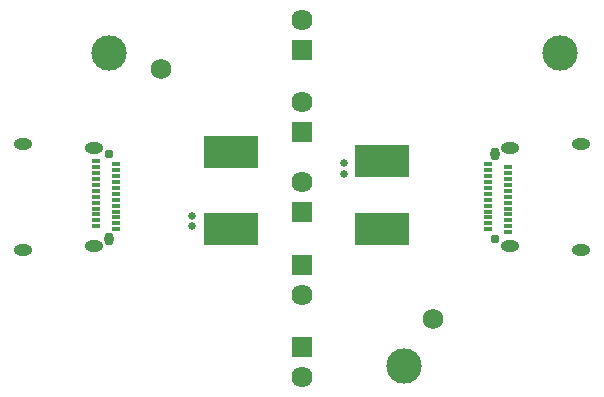
<source format=gts>
G04*
G04 #@! TF.GenerationSoftware,Altium Limited,Altium Designer,20.1.11 (218)*
G04*
G04 Layer_Color=8388736*
%FSLAX24Y24*%
%MOIN*%
G70*
G04*
G04 #@! TF.SameCoordinates,54141B6B-DA1B-4774-B8CF-21792AEDCB4D*
G04*
G04*
G04 #@! TF.FilePolarity,Negative*
G04*
G01*
G75*
%ADD16C,0.1181*%
%ADD17R,0.0307X0.0150*%
%ADD18R,0.1827X0.1051*%
G04:AMPARAMS|DCode=19|XSize=23.9mil|YSize=23.9mil|CornerRadius=8mil|HoleSize=0mil|Usage=FLASHONLY|Rotation=180.000|XOffset=0mil|YOffset=0mil|HoleType=Round|Shape=RoundedRectangle|*
%AMROUNDEDRECTD19*
21,1,0.0239,0.0080,0,0,180.0*
21,1,0.0080,0.0239,0,0,180.0*
1,1,0.0159,-0.0040,0.0040*
1,1,0.0159,0.0040,0.0040*
1,1,0.0159,0.0040,-0.0040*
1,1,0.0159,-0.0040,-0.0040*
%
%ADD19ROUNDEDRECTD19*%
%ADD20O,0.0606X0.0370*%
%ADD21C,0.0311*%
%ADD22O,0.0311X0.0429*%
%ADD23C,0.0680*%
%ADD24R,0.0705X0.0705*%
%ADD25C,0.0705*%
D16*
X3781Y11681D02*
D03*
X13626Y1247D02*
D03*
X18817Y11682D02*
D03*
D17*
X16418Y6004D02*
D03*
Y5807D02*
D03*
Y6201D02*
D03*
Y6398D02*
D03*
Y6594D02*
D03*
Y6791D02*
D03*
Y7185D02*
D03*
Y7382D02*
D03*
Y7579D02*
D03*
Y6988D02*
D03*
Y7972D02*
D03*
Y7776D02*
D03*
X17087Y5906D02*
D03*
Y5709D02*
D03*
Y6693D02*
D03*
Y6496D02*
D03*
Y6299D02*
D03*
Y7480D02*
D03*
Y7283D02*
D03*
Y7087D02*
D03*
Y7874D02*
D03*
Y6102D02*
D03*
Y7677D02*
D03*
Y6890D02*
D03*
X4039Y7776D02*
D03*
Y7972D02*
D03*
Y7579D02*
D03*
Y7382D02*
D03*
Y7185D02*
D03*
Y6988D02*
D03*
Y6594D02*
D03*
Y6398D02*
D03*
Y6201D02*
D03*
Y6791D02*
D03*
Y5807D02*
D03*
Y6004D02*
D03*
X3370Y7874D02*
D03*
Y8071D02*
D03*
Y7087D02*
D03*
Y7283D02*
D03*
Y7480D02*
D03*
Y6299D02*
D03*
Y6496D02*
D03*
Y6693D02*
D03*
Y5906D02*
D03*
Y7677D02*
D03*
Y6102D02*
D03*
Y6890D02*
D03*
D18*
X12886Y5829D02*
D03*
Y8091D02*
D03*
X7867Y8391D02*
D03*
Y5829D02*
D03*
D19*
X6560Y6249D02*
D03*
Y5899D02*
D03*
X11614Y8000D02*
D03*
Y7650D02*
D03*
D20*
X19513Y5122D02*
D03*
Y8657D02*
D03*
X17170Y8516D02*
D03*
Y5264D02*
D03*
X945Y8657D02*
D03*
Y5122D02*
D03*
X3287Y5264D02*
D03*
Y8516D02*
D03*
D21*
X16678Y5472D02*
D03*
X3780Y8307D02*
D03*
D22*
X16678D02*
D03*
X3780Y5472D02*
D03*
D23*
X5534Y11154D02*
D03*
X14602Y2815D02*
D03*
D24*
X10226Y6382D02*
D03*
X10229Y11776D02*
D03*
Y9053D02*
D03*
Y4606D02*
D03*
Y1883D02*
D03*
D25*
X10226Y7382D02*
D03*
X10229Y12776D02*
D03*
Y10053D02*
D03*
Y3606D02*
D03*
Y883D02*
D03*
M02*

</source>
